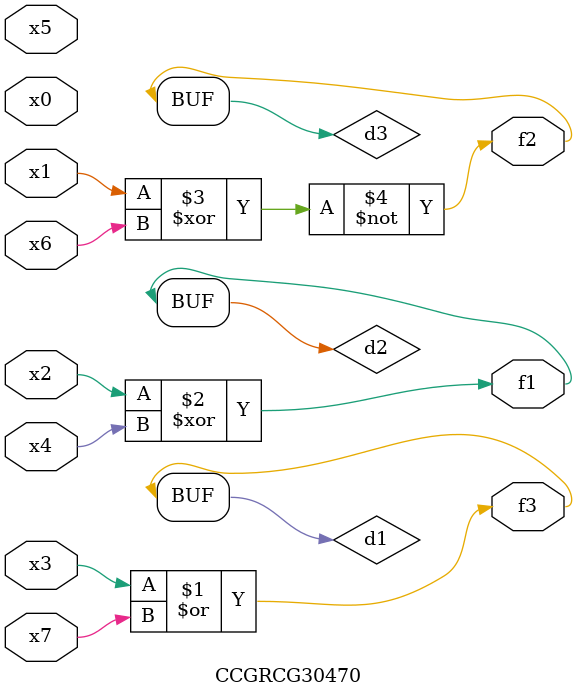
<source format=v>
module CCGRCG30470(
	input x0, x1, x2, x3, x4, x5, x6, x7,
	output f1, f2, f3
);

	wire d1, d2, d3;

	or (d1, x3, x7);
	xor (d2, x2, x4);
	xnor (d3, x1, x6);
	assign f1 = d2;
	assign f2 = d3;
	assign f3 = d1;
endmodule

</source>
